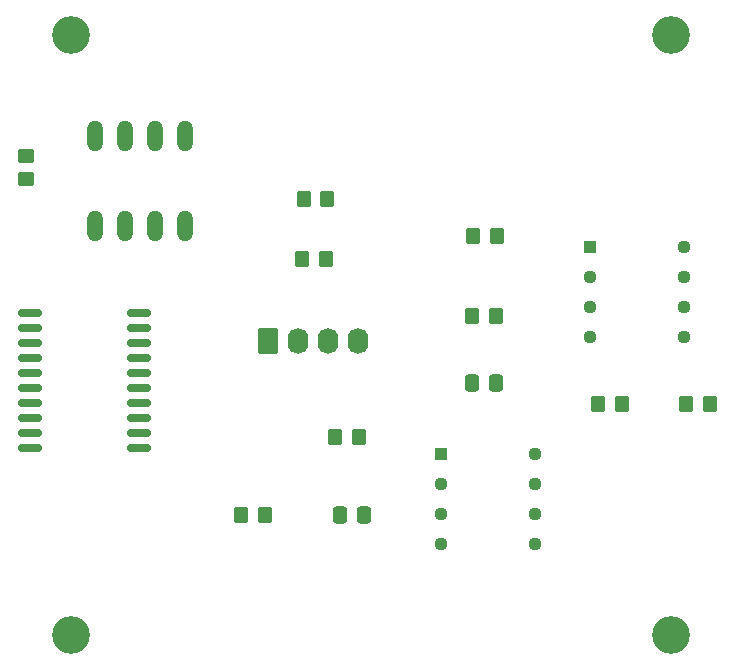
<source format=gbr>
%TF.GenerationSoftware,KiCad,Pcbnew,(6.0.1)*%
%TF.CreationDate,2022-03-08T16:04:31-06:00*%
%TF.ProjectId,senior_design,73656e69-6f72-45f6-9465-7369676e2e6b,rev?*%
%TF.SameCoordinates,Original*%
%TF.FileFunction,Soldermask,Top*%
%TF.FilePolarity,Negative*%
%FSLAX46Y46*%
G04 Gerber Fmt 4.6, Leading zero omitted, Abs format (unit mm)*
G04 Created by KiCad (PCBNEW (6.0.1)) date 2022-03-08 16:04:31*
%MOMM*%
%LPD*%
G01*
G04 APERTURE LIST*
G04 Aperture macros list*
%AMRoundRect*
0 Rectangle with rounded corners*
0 $1 Rounding radius*
0 $2 $3 $4 $5 $6 $7 $8 $9 X,Y pos of 4 corners*
0 Add a 4 corners polygon primitive as box body*
4,1,4,$2,$3,$4,$5,$6,$7,$8,$9,$2,$3,0*
0 Add four circle primitives for the rounded corners*
1,1,$1+$1,$2,$3*
1,1,$1+$1,$4,$5*
1,1,$1+$1,$6,$7*
1,1,$1+$1,$8,$9*
0 Add four rect primitives between the rounded corners*
20,1,$1+$1,$2,$3,$4,$5,0*
20,1,$1+$1,$4,$5,$6,$7,0*
20,1,$1+$1,$6,$7,$8,$9,0*
20,1,$1+$1,$8,$9,$2,$3,0*%
G04 Aperture macros list end*
%ADD10RoundRect,0.250000X0.350000X0.450000X-0.350000X0.450000X-0.350000X-0.450000X0.350000X-0.450000X0*%
%ADD11C,3.200000*%
%ADD12O,1.320800X2.641600*%
%ADD13RoundRect,0.250000X0.337500X0.475000X-0.337500X0.475000X-0.337500X-0.475000X0.337500X-0.475000X0*%
%ADD14R,1.130000X1.130000*%
%ADD15C,1.130000*%
%ADD16RoundRect,0.250000X-0.350000X-0.450000X0.350000X-0.450000X0.350000X0.450000X-0.350000X0.450000X0*%
%ADD17RoundRect,0.150000X-0.875000X-0.150000X0.875000X-0.150000X0.875000X0.150000X-0.875000X0.150000X0*%
%ADD18RoundRect,0.250000X-0.337500X-0.475000X0.337500X-0.475000X0.337500X0.475000X-0.337500X0.475000X0*%
%ADD19RoundRect,0.250000X-0.620000X-0.845000X0.620000X-0.845000X0.620000X0.845000X-0.620000X0.845000X0*%
%ADD20O,1.740000X2.190000*%
%ADD21RoundRect,0.250000X0.450000X-0.350000X0.450000X0.350000X-0.450000X0.350000X-0.450000X-0.350000X0*%
G04 APERTURE END LIST*
D10*
%TO.C,R30*%
X151892000Y-87122000D03*
X149892000Y-87122000D03*
%TD*%
D11*
%TO.C,H1*%
X97790000Y-55880000D03*
%TD*%
D12*
%TO.C,U3*%
X99822000Y-72009000D03*
X102362000Y-72009000D03*
X104902000Y-72009000D03*
X107442000Y-72009000D03*
X107442000Y-64389000D03*
X104902000Y-64389000D03*
X102362000Y-64389000D03*
X99822000Y-64389000D03*
%TD*%
D11*
%TO.C,H3*%
X148590000Y-106680000D03*
%TD*%
D13*
%TO.C,C2*%
X122598000Y-96520000D03*
X120523000Y-96520000D03*
%TD*%
D14*
%TO.C,U7*%
X129126000Y-91313000D03*
D15*
X129126000Y-93853000D03*
X129126000Y-96393000D03*
X129126000Y-98933000D03*
X137066000Y-98933000D03*
X137066000Y-96393000D03*
X137066000Y-93853000D03*
X137066000Y-91313000D03*
%TD*%
D16*
%TO.C,R1*%
X117491000Y-69723000D03*
X119491000Y-69723000D03*
%TD*%
D10*
%TO.C,R14*%
X122174000Y-89916000D03*
X120174000Y-89916000D03*
%TD*%
D16*
%TO.C,R19*%
X131731000Y-79629000D03*
X133731000Y-79629000D03*
%TD*%
D14*
%TO.C,U11*%
X141731995Y-73787000D03*
D15*
X141731995Y-76327000D03*
X141731995Y-78867000D03*
X141731995Y-81407000D03*
X149671995Y-81407000D03*
X149671995Y-78867000D03*
X149671995Y-76327000D03*
X149671995Y-73787000D03*
%TD*%
D16*
%TO.C,R2*%
X117380000Y-74803000D03*
X119380000Y-74803000D03*
%TD*%
%TO.C,R26*%
X131826000Y-72898000D03*
X133826000Y-72898000D03*
%TD*%
D11*
%TO.C,H4*%
X148590000Y-55880000D03*
%TD*%
D10*
%TO.C,R11*%
X114173000Y-96520000D03*
X112173000Y-96520000D03*
%TD*%
D17*
%TO.C,U4*%
X94283000Y-79375000D03*
X94283000Y-80645000D03*
X94283000Y-81915000D03*
X94283000Y-83185000D03*
X94283000Y-84455000D03*
X94283000Y-85725000D03*
X94283000Y-86995000D03*
X94283000Y-88265000D03*
X94283000Y-89535000D03*
X94283000Y-90805000D03*
X103583000Y-90805000D03*
X103583000Y-89535000D03*
X103583000Y-88265000D03*
X103583000Y-86995000D03*
X103583000Y-85725000D03*
X103583000Y-84455000D03*
X103583000Y-83185000D03*
X103583000Y-81915000D03*
X103583000Y-80645000D03*
X103583000Y-79375000D03*
%TD*%
D18*
%TO.C,C5*%
X131699000Y-85344000D03*
X133774000Y-85344000D03*
%TD*%
D19*
%TO.C,J1*%
X114427000Y-81788000D03*
D20*
X116967000Y-81788000D03*
X119507000Y-81788000D03*
X122047000Y-81788000D03*
%TD*%
D11*
%TO.C,H2*%
X97790000Y-106680000D03*
%TD*%
D16*
%TO.C,R22*%
X142399000Y-87122000D03*
X144399000Y-87122000D03*
%TD*%
D21*
%TO.C,R5*%
X93980000Y-68072000D03*
X93980000Y-66072000D03*
%TD*%
M02*

</source>
